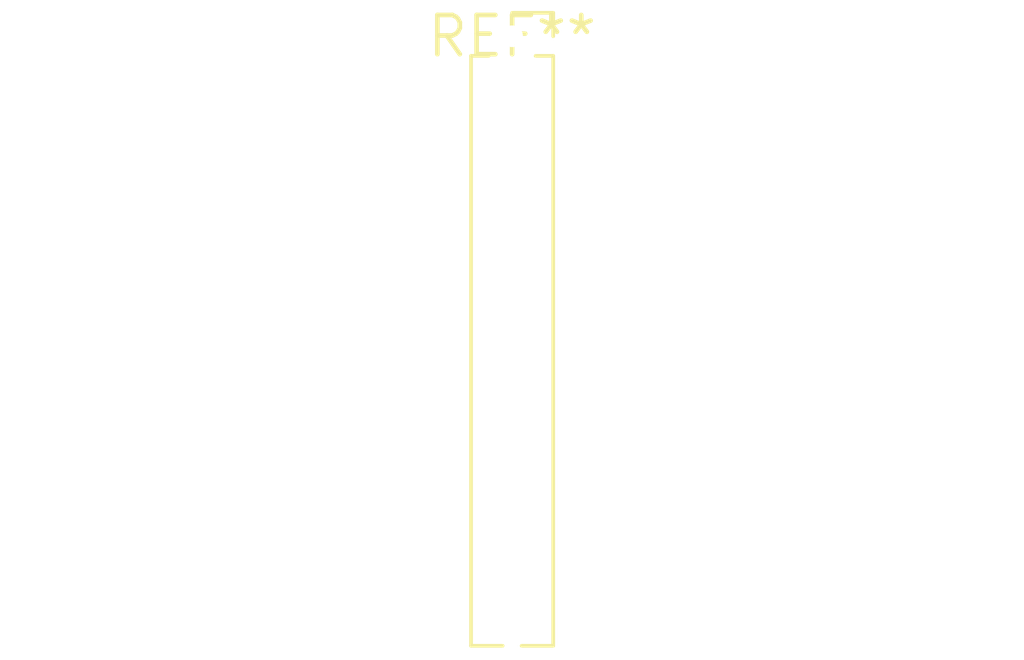
<source format=kicad_pcb>
(kicad_pcb (version 20240108) (generator pcbnew)
  (layers (0 "F.Cu" signal) (31 "B.Cu" signal) (34 "B.Paste" user) (35 "F.Paste" user) (36 "B.SilkS" user "B.Silkscreen") (37 "F.SilkS" user "F.Silkscreen") (38 "B.Mask" user) (39 "F.Mask" user) (44 "Edge.Cuts" user))
  (net 0 "")
  (footprint "PinSocket_1x16_P1.27mm_Vertical" (layer "F.Cu") (at 0 0)
    (property "Reference" "REF**")
    (property "Value" "PinSocket_1x16_P1.27mm_Vertical")
    (fp_line (start -1.33 0.635) (end -1.33 19.745) (layer "F.SilkS") (stroke (width 0.12)))
    (fp_line (start -1.33 0.635) (end -0.76 0.635) (layer "F.SilkS") (stroke (width 0.12)))
    (fp_line (start -1.33 19.745) (end -0.30753 19.745) (layer "F.SilkS") (stroke (width 0.12)))
    (fp_line (start 0 -0.76) (end 1.33 -0.76) (layer "F.SilkS") (stroke (width 0.12)))
    (fp_line (start 0.30753 19.745) (end 1.33 19.745) (layer "F.SilkS") (stroke (width 0.12)))
    (fp_line (start 0.76 0.635) (end 1.33 0.635) (layer "F.SilkS") (stroke (width 0.12)))
    (fp_line (start 1.33 -0.76) (end 1.33 0) (layer "F.SilkS") (stroke (width 0.12)))
    (fp_line (start 1.33 0.635) (end 1.33 19.745) (layer "F.SilkS") (stroke (width 0.12)))
    (pad "1" thru_hole rect (at 0 0) (size 1 1) (drill 0.7) (layers *.Cu *.Mask) (remove_unused_layers))
    (pad "2" thru_hole oval (at 0 1.27) (size 1 1) (drill 0.7) (layers *.Cu *.Mask) (remove_unused_layers))
    (pad "3" thru_hole oval (at 0 2.54) (size 1 1) (drill 0.7) (layers *.Cu *.Mask) (remove_unused_layers))
    (pad "4" thru_hole oval (at 0 3.81) (size 1 1) (drill 0.7) (layers *.Cu *.Mask) (remove_unused_layers))
    (pad "5" thru_hole oval (at 0 5.08) (size 1 1) (drill 0.7) (layers *.Cu *.Mask) (remove_unused_layers))
    (pad "6" thru_hole oval (at 0 6.35) (size 1 1) (drill 0.7) (layers *.Cu *.Mask) (remove_unused_layers))
    (pad "7" thru_hole oval (at 0 7.62) (size 1 1) (drill 0.7) (layers *.Cu *.Mask) (remove_unused_layers))
    (pad "8" thru_hole oval (at 0 8.89) (size 1 1) (drill 0.7) (layers *.Cu *.Mask) (remove_unused_layers))
    (pad "9" thru_hole oval (at 0 10.16) (size 1 1) (drill 0.7) (layers *.Cu *.Mask) (remove_unused_layers))
    (pad "10" thru_hole oval (at 0 11.43) (size 1 1) (drill 0.7) (layers *.Cu *.Mask) (remove_unused_layers))
    (pad "11" thru_hole oval (at 0 12.7) (size 1 1) (drill 0.7) (layers *.Cu *.Mask) (remove_unused_layers))
    (pad "12" thru_hole oval (at 0 13.97) (size 1 1) (drill 0.7) (layers *.Cu *.Mask) (remove_unused_layers))
    (pad "13" thru_hole oval (at 0 15.24) (size 1 1) (drill 0.7) (layers *.Cu *.Mask) (remove_unused_layers))
    (pad "14" thru_hole oval (at 0 16.51) (size 1 1) (drill 0.7) (layers *.Cu *.Mask) (remove_unused_layers))
    (pad "15" thru_hole oval (at 0 17.78) (size 1 1) (drill 0.7) (layers *.Cu *.Mask) (remove_unused_layers))
    (pad "16" thru_hole oval (at 0 19.05) (size 1 1) (drill 0.7) (layers *.Cu *.Mask) (remove_unused_layers))
  )
)
</source>
